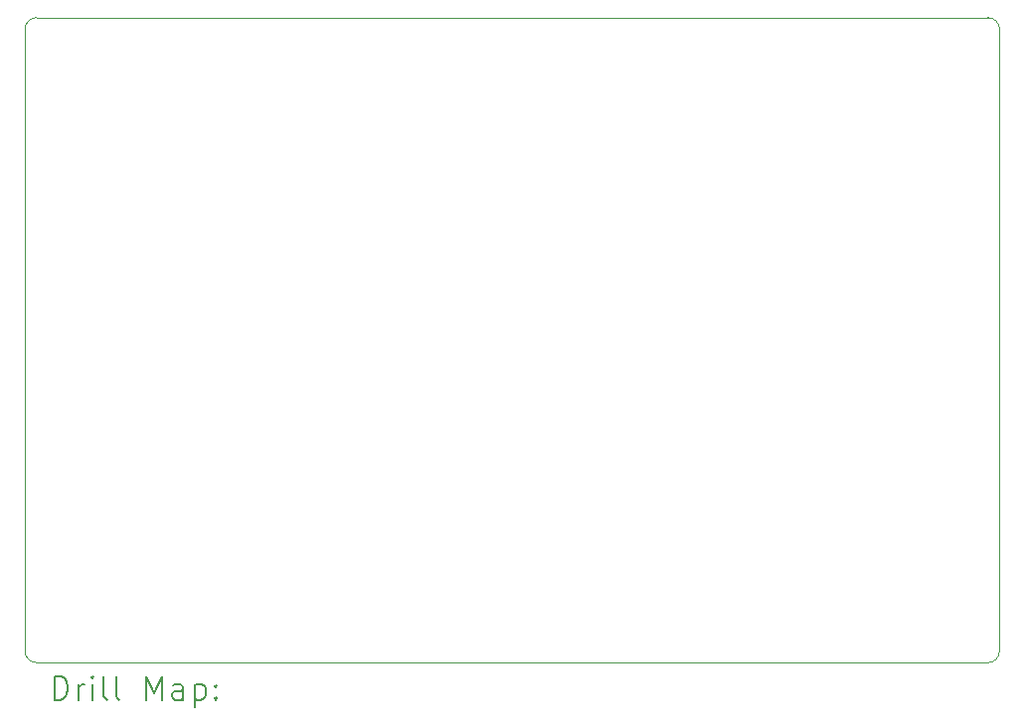
<source format=gbr>
%TF.GenerationSoftware,KiCad,Pcbnew,(6.0.11-0)*%
%TF.CreationDate,2023-04-07T11:55:59-07:00*%
%TF.ProjectId,SADA_Board,53414441-5f42-46f6-9172-642e6b696361,rev?*%
%TF.SameCoordinates,Original*%
%TF.FileFunction,Drillmap*%
%TF.FilePolarity,Positive*%
%FSLAX45Y45*%
G04 Gerber Fmt 4.5, Leading zero omitted, Abs format (unit mm)*
G04 Created by KiCad (PCBNEW (6.0.11-0)) date 2023-04-07 11:55:59*
%MOMM*%
%LPD*%
G01*
G04 APERTURE LIST*
%ADD10C,0.100000*%
%ADD11C,0.200000*%
G04 APERTURE END LIST*
D10*
X10478509Y-12217000D02*
X10478509Y-6916714D01*
X10578514Y-6816709D02*
G75*
G03*
X10478509Y-6916714I-4J-100001D01*
G01*
X18778091Y-6916714D02*
X18778091Y-12217000D01*
X18678086Y-12317001D02*
G75*
G03*
X18778091Y-12217000I4J100001D01*
G01*
X10478505Y-12217000D02*
G75*
G03*
X10578514Y-12317005I100005J0D01*
G01*
X18778091Y-6916714D02*
G75*
G03*
X18678086Y-6816709I-100001J4D01*
G01*
X18678086Y-12317005D02*
X10578514Y-12317005D01*
X10578514Y-6816709D02*
X18678086Y-6816709D01*
D11*
X10731128Y-12632481D02*
X10731128Y-12432481D01*
X10778747Y-12432481D01*
X10807319Y-12442005D01*
X10826366Y-12461052D01*
X10835890Y-12480100D01*
X10845414Y-12518195D01*
X10845414Y-12546767D01*
X10835890Y-12584862D01*
X10826366Y-12603910D01*
X10807319Y-12622957D01*
X10778747Y-12632481D01*
X10731128Y-12632481D01*
X10931128Y-12632481D02*
X10931128Y-12499148D01*
X10931128Y-12537243D02*
X10940652Y-12518195D01*
X10950176Y-12508671D01*
X10969223Y-12499148D01*
X10988271Y-12499148D01*
X11054938Y-12632481D02*
X11054938Y-12499148D01*
X11054938Y-12432481D02*
X11045414Y-12442005D01*
X11054938Y-12451529D01*
X11064462Y-12442005D01*
X11054938Y-12432481D01*
X11054938Y-12451529D01*
X11178747Y-12632481D02*
X11159700Y-12622957D01*
X11150176Y-12603910D01*
X11150176Y-12432481D01*
X11283509Y-12632481D02*
X11264461Y-12622957D01*
X11254938Y-12603910D01*
X11254938Y-12432481D01*
X11512081Y-12632481D02*
X11512081Y-12432481D01*
X11578747Y-12575338D01*
X11645414Y-12432481D01*
X11645414Y-12632481D01*
X11826366Y-12632481D02*
X11826366Y-12527719D01*
X11816842Y-12508671D01*
X11797795Y-12499148D01*
X11759700Y-12499148D01*
X11740652Y-12508671D01*
X11826366Y-12622957D02*
X11807319Y-12632481D01*
X11759700Y-12632481D01*
X11740652Y-12622957D01*
X11731128Y-12603910D01*
X11731128Y-12584862D01*
X11740652Y-12565814D01*
X11759700Y-12556291D01*
X11807319Y-12556291D01*
X11826366Y-12546767D01*
X11921604Y-12499148D02*
X11921604Y-12699148D01*
X11921604Y-12508671D02*
X11940652Y-12499148D01*
X11978747Y-12499148D01*
X11997795Y-12508671D01*
X12007319Y-12518195D01*
X12016842Y-12537243D01*
X12016842Y-12594386D01*
X12007319Y-12613433D01*
X11997795Y-12622957D01*
X11978747Y-12632481D01*
X11940652Y-12632481D01*
X11921604Y-12622957D01*
X12102557Y-12613433D02*
X12112081Y-12622957D01*
X12102557Y-12632481D01*
X12093033Y-12622957D01*
X12102557Y-12613433D01*
X12102557Y-12632481D01*
X12102557Y-12508671D02*
X12112081Y-12518195D01*
X12102557Y-12527719D01*
X12093033Y-12518195D01*
X12102557Y-12508671D01*
X12102557Y-12527719D01*
M02*

</source>
